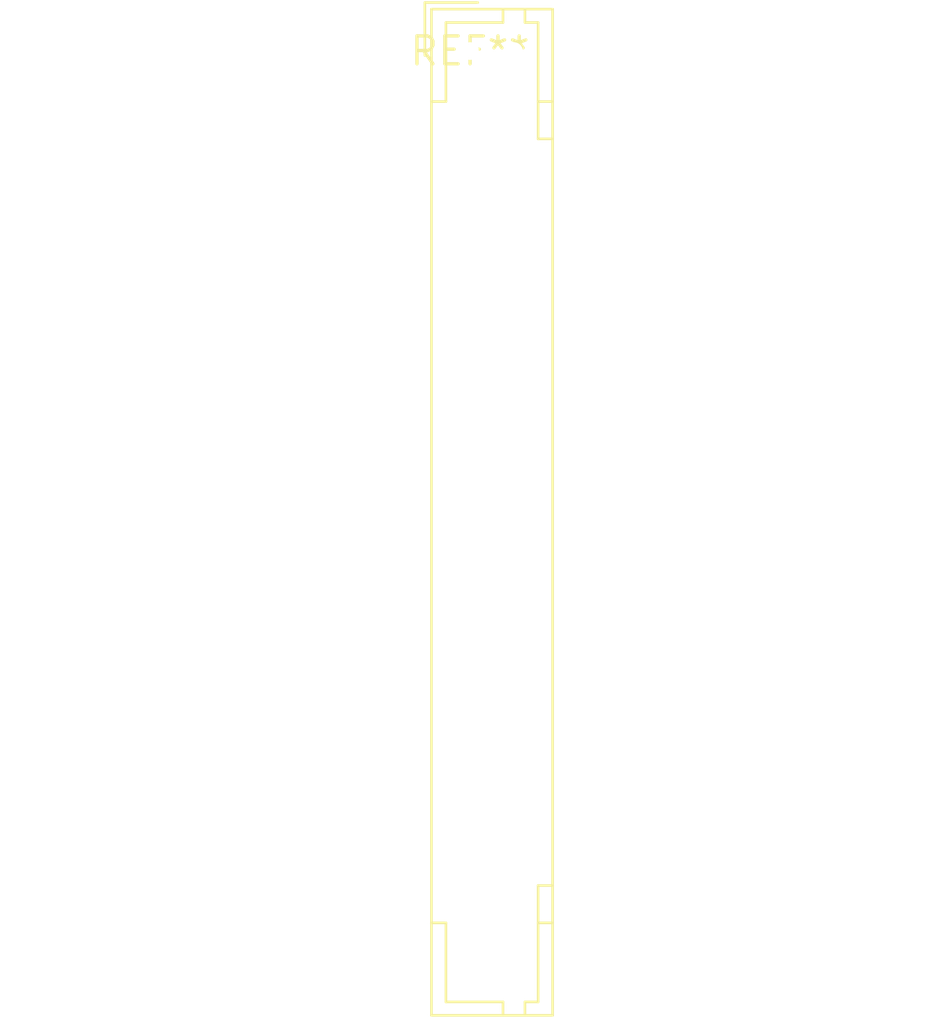
<source format=kicad_pcb>
(kicad_pcb (version 20240108) (generator pcbnew)
  (layers (0 "F.Cu" signal) (31 "B.Cu" signal) (34 "B.Paste" user) (35 "F.Paste" user) (36 "B.SilkS" user "B.Silkscreen") (37 "F.SilkS" user "F.Silkscreen") (38 "B.Mask" user) (39 "F.Mask" user) (44 "Edge.Cuts" user))
  (net 0 "")
  (footprint "JAE_LY20-44P-DT1_2x22_P2.00mm_Vertical" (layer "F.Cu") (at 0 0)
    (property "Reference" "REF**")
    (property "Value" "JAE_LY20-44P-DT1_2x22_P2.00mm_Vertical")
    (fp_line (start -2.06 -2.21) (end -2.06 0.2) (layer "F.SilkS") (stroke (width 0.12)))
    (fp_line (start -1.76 -1.91) (end -1.76 43.91) (layer "F.SilkS") (stroke (width 0.12)))
    (fp_line (start -1.76 43.91) (end 3.76 43.91) (layer "F.SilkS") (stroke (width 0.12)))
    (fp_line (start -1.1 -1.3) (end -1.1 2.3) (layer "F.SilkS") (stroke (width 0.12)))
    (fp_line (start -1.1 2.3) (end -1.76 2.3) (layer "F.SilkS") (stroke (width 0.12)))
    (fp_line (start -1.1 39.7) (end -1.76 39.7) (layer "F.SilkS") (stroke (width 0.12)))
    (fp_line (start -1.1 43.3) (end -1.1 39.7) (layer "F.SilkS") (stroke (width 0.12)))
    (fp_line (start 0.35 -2.21) (end -2.06 -2.21) (layer "F.SilkS") (stroke (width 0.12)))
    (fp_line (start 1.5 -1.91) (end 1.5 -1.3) (layer "F.SilkS") (stroke (width 0.12)))
    (fp_line (start 1.5 -1.3) (end -1.1 -1.3) (layer "F.SilkS") (stroke (width 0.12)))
    (fp_line (start 1.5 43.3) (end -1.1 43.3) (layer "F.SilkS") (stroke (width 0.12)))
    (fp_line (start 1.5 43.91) (end 1.5 43.3) (layer "F.SilkS") (stroke (width 0.12)))
    (fp_line (start 2.5 -1.91) (end 2.5 -1.3) (layer "F.SilkS") (stroke (width 0.12)))
    (fp_line (start 2.5 -1.3) (end 3.1 -1.3) (layer "F.SilkS") (stroke (width 0.12)))
    (fp_line (start 2.5 43.3) (end 3.1 43.3) (layer "F.SilkS") (stroke (width 0.12)))
    (fp_line (start 2.5 43.91) (end 2.5 43.3) (layer "F.SilkS") (stroke (width 0.12)))
    (fp_line (start 3.1 -1.3) (end 3.1 4) (layer "F.SilkS") (stroke (width 0.12)))
    (fp_line (start 3.1 4) (end 3.76 4) (layer "F.SilkS") (stroke (width 0.12)))
    (fp_line (start 3.1 38) (end 3.76 38) (layer "F.SilkS") (stroke (width 0.12)))
    (fp_line (start 3.1 43.3) (end 3.1 38) (layer "F.SilkS") (stroke (width 0.12)))
    (fp_line (start 3.76 -1.91) (end -1.76 -1.91) (layer "F.SilkS") (stroke (width 0.12)))
    (fp_line (start 3.76 2.3) (end 3.1 2.3) (layer "F.SilkS") (stroke (width 0.12)))
    (fp_line (start 3.76 39.7) (end 3.1 39.7) (layer "F.SilkS") (stroke (width 0.12)))
    (fp_line (start 3.76 43.91) (end 3.76 -1.91) (layer "F.SilkS") (stroke (width 0.12)))
    (pad "a1" thru_hole roundrect (at 0 0) (size 1.2 1.2) (drill 0.8) (layers *.Cu *.Mask) (remove_unused_layers) (roundrect_rratio 0.208333))
    (pad "a2" thru_hole circle (at 0 2) (size 1.2 1.2) (drill 0.8) (layers *.Cu *.Mask) (remove_unused_layers))
    (pad "a3" thru_hole circle (at 0 4) (size 1.2 1.2) (drill 0.8) (layers *.Cu *.Mask) (remove_unused_layers))
    (pad "a4" thru_hole circle (at 0 6) (size 1.2 1.2) (drill 0.8) (layers *.Cu *.Mask) (remove_unused_layers))
    (pad "a5" thru_hole circle (at 0 8) (size 1.2 1.2) (drill 0.8) (layers *.Cu *.Mask) (remove_unused_layers))
    (pad "a6" thru_hole circle (at 0 10) (size 1.2 1.2) (drill 0.8) (layers *.Cu *.Mask) (remove_unused_layers))
    (pad "a7" thru_hole circle (at 0 12) (size 1.2 1.2) (drill 0.8) (layers *.Cu *.Mask) (remove_unused_layers))
    (pad "a8" thru_hole circle (at 0 14) (size 1.2 1.2) (drill 0.8) (layers *.Cu *.Mask) (remove_unused_layers))
    (pad "a9" thru_hole circle (at 0 16) (size 1.2 1.2) (drill 0.8) (layers *.Cu *.Mask) (remove_unused_layers))
    (pad "a10" thru_hole circle (at 0 18) (size 1.2 1.2) (drill 0.8) (layers *.Cu *.Mask) (remove_unused_layers))
    (pad "a11" thru_hole circle (at 0 20) (size 1.2 1.2) (drill 0.8) (layers *.Cu *.Mask) (remove_unused_layers))
    (pad "a12" thru_hole circle (at 0 22) (size 1.2 1.2) (drill 0.8) (layers *.Cu *.Mask) (remove_unused_layers))
    (pad "a13" thru_hole circle (at 0 24) (size 1.2 1.2) (drill 0.8) (layers *.Cu *.Mask) (remove_unused_layers))
    (pad "a14" thru_hole circle (at 0 26) (size 1.2 1.2) (drill 0.8) (layers *.Cu *.Mask) (remove_unused_layers))
    (pad "a15" thru_hole circle (at 0 28) (size 1.2 1.2) (drill 0.8) (layers *.Cu *.Mask) (remove_unused_layers))
    (pad "a16" thru_hole circle (at 0 30) (size 1.2 1.2) (drill 0.8) (layers *.Cu *.Mask) (remove_unused_layers))
    (pad "a17" thru_hole circle (at 0 32) (size 1.2 1.2) (drill 0.8) (layers *.Cu *.Mask) (remove_unused_layers))
    (pad "a18" thru_hole circle (at 0 34) (size 1.2 1.2) (drill 0.8) (layers *.Cu *.Mask) (remove_unused_layers))
    (pad "a19" thru_hole circle (at 0 36) (size 1.2 1.2) (drill 0.8) (layers *.Cu *.Mask) (remove_unused_layers))
    (pad "a20" thru_hole circle (at 0 38) (size 1.2 1.2) (drill 0.8) (layers *.Cu *.Mask) (remove_unused_layers))
    (pad "a21" thru_hole circle (at 0 40) (size 1.2 1.2) (drill 0.8) (layers *.Cu *.Mask) (remove_unused_layers))
    (pad "a22" thru_hole circle (at 0 42) (size 1.2 1.2) (drill 0.8) (layers *.Cu *.Mask) (remove_unused_layers))
    (pad "b1" thru_hole circle (at 2 0) (size 1.2 1.2) (drill 0.8) (layers *.Cu *.Mask) (remove_unused_layers))
    (pad "b2" thru_hole circle (at 2 2) (size 1.2 1.2) (drill 0.8) (layers *.Cu *.Mask) (remove_unused_layers))
    (pad "b3" thru_hole circle (at 2 4) (size 1.2 1.2) (drill 0.8) (layers *.Cu *.Mask) (remove_unused_layers))
    (pad "b4" thru_hole circle (at 2 6) (size 1.2 1.2) (drill 0.8) (layers *.Cu *.Mask) (remove_unused_layers))
    (pad "b5" thru_hole circle (at 2 8) (size 1.2 1.2) (drill 0.8) (layers *.Cu *.Mask) (remove_unused_layers))
    (pad "b6" thru_hole circle (at 2 10) (size 1.2 1.2) (drill 0.8) (layers *.Cu *.Mask) (remove_unused_layers))
    (pad "b7" thru_hole circle (at 2 12) (size 1.2 1.2) (drill 0.8) (layers *.Cu *.Mask) (remove_unused_layers))
    (pad "b8" thru_hole circle (at 2 14) (size 1.2 1.2) (drill 0.8) (layers *.Cu *.Mask) (remove_unused_layers))
    (pad "b9" thru_hole circle (at 2 16) (size 1.2 1.2) (drill 0.8) (layers *.Cu *.Mask) (remove_unused_layers))
    (pad "b10" thru_hole circle (at 2 18) (size 1.2 1.2) (drill 0.8) (layers *.Cu *.Mask) (remove_unused_layers))
    (pad "b11" thru_hole circle (at 2 20) (size 1.2 1.2) (drill 0.8) (layers *.Cu *.Mask) (remove_unused_layers))
    (pad "b12" thru_hole circle (at 2 22) (size 1.2 1.2) (drill 0.8) (layers *.Cu *.Mask) (remove_unused_layers))
    (pad "b13" thru_hole circle (at 2 24) (size 1.2 1.2) (drill 0.8) (layers *.Cu *.Mask) (remove_unused_layers))
    (pad "b14" thru_hole circle (at 2 26) (size 1.2 1.2) (drill 0.8) (layers *.Cu *.Mask) (remove_unused_layers))
    (pad "b15" thru_hole circle (at 2 28) (size 1.2 1.2) (drill 0.8) (layers *.Cu *.Mask) (remove_unused_layers))
    (pad "b16" thru_hole circle (at 2 30) (size 1.2 1.2) (drill 0.8) (layers *.Cu *.Mask) (remove_unused_layers))
    (pad "b17" thru_hole circle (at 2 32) (size 1.2 1.2) (drill 0.8) (layers *.Cu *.Mask) (remove_unused_layers))
    (pad "b18" thru_hole circle (at 2 34) (size 1.2 1.2) (drill 0.8) (layers *.Cu *.Mask) (remove_unused_layers))
    (pad "b19" thru_hole circle (at 2 36) (size 1.2 1.2) (drill 0.8) (layers *.Cu *.Mask) (remove_unused_layers))
    (pad "b20" thru_hole circle (at 2 38) (size 1.2 1.2) (drill 0.8) (layers *.Cu *.Mask) (remove_unused_layers))
    (pad "b21" thru_hole circle (at 2 40) (size 1.2 1.2) (drill 0.8) (layers *.Cu *.Mask) (remove_unused_layers))
    (pad "b22" thru_hole circle (at 2 42) (size 1.2 1.2) (drill 0.8) (layers *.Cu *.Mask) (remove_unused_layers))
  )
)
</source>
